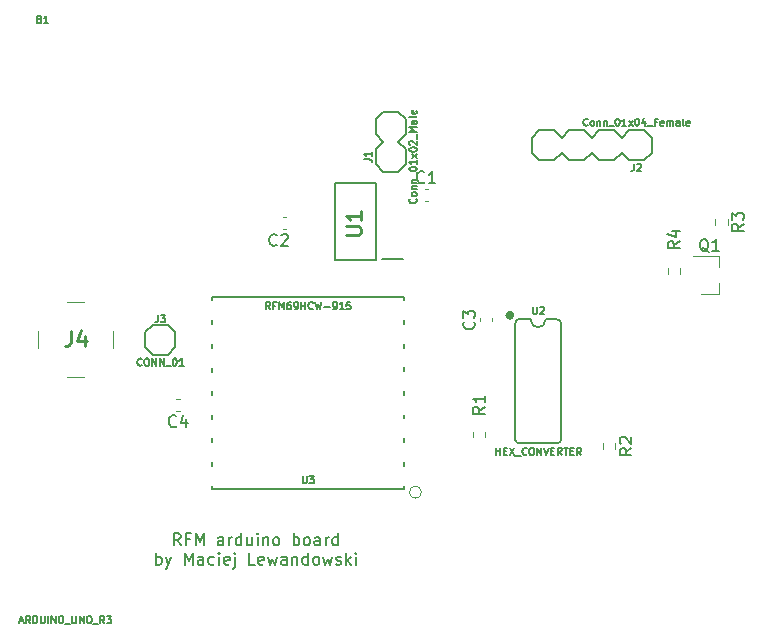
<source format=gbr>
%TF.GenerationSoftware,KiCad,Pcbnew,(5.1.9)-1*%
%TF.CreationDate,2021-01-06T17:38:29+00:00*%
%TF.ProjectId,RFMduino,52464d64-7569-46e6-9f2e-6b696361645f,rev?*%
%TF.SameCoordinates,Original*%
%TF.FileFunction,Legend,Top*%
%TF.FilePolarity,Positive*%
%FSLAX46Y46*%
G04 Gerber Fmt 4.6, Leading zero omitted, Abs format (unit mm)*
G04 Created by KiCad (PCBNEW (5.1.9)-1) date 2021-01-06 17:38:29*
%MOMM*%
%LPD*%
G01*
G04 APERTURE LIST*
%ADD10C,0.150000*%
%ADD11C,0.120000*%
%ADD12C,0.203200*%
%ADD13C,0.100000*%
%ADD14C,0.200000*%
%ADD15C,0.254000*%
%ADD16C,0.127000*%
G04 APERTURE END LIST*
D10*
X133700047Y-102878380D02*
X133366714Y-102402190D01*
X133128619Y-102878380D02*
X133128619Y-101878380D01*
X133509571Y-101878380D01*
X133604809Y-101926000D01*
X133652428Y-101973619D01*
X133700047Y-102068857D01*
X133700047Y-102211714D01*
X133652428Y-102306952D01*
X133604809Y-102354571D01*
X133509571Y-102402190D01*
X133128619Y-102402190D01*
X134461952Y-102354571D02*
X134128619Y-102354571D01*
X134128619Y-102878380D02*
X134128619Y-101878380D01*
X134604809Y-101878380D01*
X134985761Y-102878380D02*
X134985761Y-101878380D01*
X135319095Y-102592666D01*
X135652428Y-101878380D01*
X135652428Y-102878380D01*
X137319095Y-102878380D02*
X137319095Y-102354571D01*
X137271476Y-102259333D01*
X137176238Y-102211714D01*
X136985761Y-102211714D01*
X136890523Y-102259333D01*
X137319095Y-102830761D02*
X137223857Y-102878380D01*
X136985761Y-102878380D01*
X136890523Y-102830761D01*
X136842904Y-102735523D01*
X136842904Y-102640285D01*
X136890523Y-102545047D01*
X136985761Y-102497428D01*
X137223857Y-102497428D01*
X137319095Y-102449809D01*
X137795285Y-102878380D02*
X137795285Y-102211714D01*
X137795285Y-102402190D02*
X137842904Y-102306952D01*
X137890523Y-102259333D01*
X137985761Y-102211714D01*
X138081000Y-102211714D01*
X138842904Y-102878380D02*
X138842904Y-101878380D01*
X138842904Y-102830761D02*
X138747666Y-102878380D01*
X138557190Y-102878380D01*
X138461952Y-102830761D01*
X138414333Y-102783142D01*
X138366714Y-102687904D01*
X138366714Y-102402190D01*
X138414333Y-102306952D01*
X138461952Y-102259333D01*
X138557190Y-102211714D01*
X138747666Y-102211714D01*
X138842904Y-102259333D01*
X139747666Y-102211714D02*
X139747666Y-102878380D01*
X139319095Y-102211714D02*
X139319095Y-102735523D01*
X139366714Y-102830761D01*
X139461952Y-102878380D01*
X139604809Y-102878380D01*
X139700047Y-102830761D01*
X139747666Y-102783142D01*
X140223857Y-102878380D02*
X140223857Y-102211714D01*
X140223857Y-101878380D02*
X140176238Y-101926000D01*
X140223857Y-101973619D01*
X140271476Y-101926000D01*
X140223857Y-101878380D01*
X140223857Y-101973619D01*
X140700047Y-102211714D02*
X140700047Y-102878380D01*
X140700047Y-102306952D02*
X140747666Y-102259333D01*
X140842904Y-102211714D01*
X140985761Y-102211714D01*
X141081000Y-102259333D01*
X141128619Y-102354571D01*
X141128619Y-102878380D01*
X141747666Y-102878380D02*
X141652428Y-102830761D01*
X141604809Y-102783142D01*
X141557190Y-102687904D01*
X141557190Y-102402190D01*
X141604809Y-102306952D01*
X141652428Y-102259333D01*
X141747666Y-102211714D01*
X141890523Y-102211714D01*
X141985761Y-102259333D01*
X142033380Y-102306952D01*
X142081000Y-102402190D01*
X142081000Y-102687904D01*
X142033380Y-102783142D01*
X141985761Y-102830761D01*
X141890523Y-102878380D01*
X141747666Y-102878380D01*
X143271476Y-102878380D02*
X143271476Y-101878380D01*
X143271476Y-102259333D02*
X143366714Y-102211714D01*
X143557190Y-102211714D01*
X143652428Y-102259333D01*
X143700047Y-102306952D01*
X143747666Y-102402190D01*
X143747666Y-102687904D01*
X143700047Y-102783142D01*
X143652428Y-102830761D01*
X143557190Y-102878380D01*
X143366714Y-102878380D01*
X143271476Y-102830761D01*
X144319095Y-102878380D02*
X144223857Y-102830761D01*
X144176238Y-102783142D01*
X144128619Y-102687904D01*
X144128619Y-102402190D01*
X144176238Y-102306952D01*
X144223857Y-102259333D01*
X144319095Y-102211714D01*
X144461952Y-102211714D01*
X144557190Y-102259333D01*
X144604809Y-102306952D01*
X144652428Y-102402190D01*
X144652428Y-102687904D01*
X144604809Y-102783142D01*
X144557190Y-102830761D01*
X144461952Y-102878380D01*
X144319095Y-102878380D01*
X145509571Y-102878380D02*
X145509571Y-102354571D01*
X145461952Y-102259333D01*
X145366714Y-102211714D01*
X145176238Y-102211714D01*
X145081000Y-102259333D01*
X145509571Y-102830761D02*
X145414333Y-102878380D01*
X145176238Y-102878380D01*
X145081000Y-102830761D01*
X145033380Y-102735523D01*
X145033380Y-102640285D01*
X145081000Y-102545047D01*
X145176238Y-102497428D01*
X145414333Y-102497428D01*
X145509571Y-102449809D01*
X145985761Y-102878380D02*
X145985761Y-102211714D01*
X145985761Y-102402190D02*
X146033380Y-102306952D01*
X146081000Y-102259333D01*
X146176238Y-102211714D01*
X146271476Y-102211714D01*
X147033380Y-102878380D02*
X147033380Y-101878380D01*
X147033380Y-102830761D02*
X146938142Y-102878380D01*
X146747666Y-102878380D01*
X146652428Y-102830761D01*
X146604809Y-102783142D01*
X146557190Y-102687904D01*
X146557190Y-102402190D01*
X146604809Y-102306952D01*
X146652428Y-102259333D01*
X146747666Y-102211714D01*
X146938142Y-102211714D01*
X147033380Y-102259333D01*
X131628619Y-104528380D02*
X131628619Y-103528380D01*
X131628619Y-103909333D02*
X131723857Y-103861714D01*
X131914333Y-103861714D01*
X132009571Y-103909333D01*
X132057190Y-103956952D01*
X132104809Y-104052190D01*
X132104809Y-104337904D01*
X132057190Y-104433142D01*
X132009571Y-104480761D01*
X131914333Y-104528380D01*
X131723857Y-104528380D01*
X131628619Y-104480761D01*
X132438142Y-103861714D02*
X132676238Y-104528380D01*
X132914333Y-103861714D02*
X132676238Y-104528380D01*
X132581000Y-104766476D01*
X132533380Y-104814095D01*
X132438142Y-104861714D01*
X134057190Y-104528380D02*
X134057190Y-103528380D01*
X134390523Y-104242666D01*
X134723857Y-103528380D01*
X134723857Y-104528380D01*
X135628619Y-104528380D02*
X135628619Y-104004571D01*
X135581000Y-103909333D01*
X135485761Y-103861714D01*
X135295285Y-103861714D01*
X135200047Y-103909333D01*
X135628619Y-104480761D02*
X135533380Y-104528380D01*
X135295285Y-104528380D01*
X135200047Y-104480761D01*
X135152428Y-104385523D01*
X135152428Y-104290285D01*
X135200047Y-104195047D01*
X135295285Y-104147428D01*
X135533380Y-104147428D01*
X135628619Y-104099809D01*
X136533380Y-104480761D02*
X136438142Y-104528380D01*
X136247666Y-104528380D01*
X136152428Y-104480761D01*
X136104809Y-104433142D01*
X136057190Y-104337904D01*
X136057190Y-104052190D01*
X136104809Y-103956952D01*
X136152428Y-103909333D01*
X136247666Y-103861714D01*
X136438142Y-103861714D01*
X136533380Y-103909333D01*
X136961952Y-104528380D02*
X136961952Y-103861714D01*
X136961952Y-103528380D02*
X136914333Y-103576000D01*
X136961952Y-103623619D01*
X137009571Y-103576000D01*
X136961952Y-103528380D01*
X136961952Y-103623619D01*
X137819095Y-104480761D02*
X137723857Y-104528380D01*
X137533380Y-104528380D01*
X137438142Y-104480761D01*
X137390523Y-104385523D01*
X137390523Y-104004571D01*
X137438142Y-103909333D01*
X137533380Y-103861714D01*
X137723857Y-103861714D01*
X137819095Y-103909333D01*
X137866714Y-104004571D01*
X137866714Y-104099809D01*
X137390523Y-104195047D01*
X138295285Y-103861714D02*
X138295285Y-104718857D01*
X138247666Y-104814095D01*
X138152428Y-104861714D01*
X138104809Y-104861714D01*
X138295285Y-103528380D02*
X138247666Y-103576000D01*
X138295285Y-103623619D01*
X138342904Y-103576000D01*
X138295285Y-103528380D01*
X138295285Y-103623619D01*
X140009571Y-104528380D02*
X139533380Y-104528380D01*
X139533380Y-103528380D01*
X140723857Y-104480761D02*
X140628619Y-104528380D01*
X140438142Y-104528380D01*
X140342904Y-104480761D01*
X140295285Y-104385523D01*
X140295285Y-104004571D01*
X140342904Y-103909333D01*
X140438142Y-103861714D01*
X140628619Y-103861714D01*
X140723857Y-103909333D01*
X140771476Y-104004571D01*
X140771476Y-104099809D01*
X140295285Y-104195047D01*
X141104809Y-103861714D02*
X141295285Y-104528380D01*
X141485761Y-104052190D01*
X141676238Y-104528380D01*
X141866714Y-103861714D01*
X142676238Y-104528380D02*
X142676238Y-104004571D01*
X142628619Y-103909333D01*
X142533380Y-103861714D01*
X142342904Y-103861714D01*
X142247666Y-103909333D01*
X142676238Y-104480761D02*
X142581000Y-104528380D01*
X142342904Y-104528380D01*
X142247666Y-104480761D01*
X142200047Y-104385523D01*
X142200047Y-104290285D01*
X142247666Y-104195047D01*
X142342904Y-104147428D01*
X142581000Y-104147428D01*
X142676238Y-104099809D01*
X143152428Y-103861714D02*
X143152428Y-104528380D01*
X143152428Y-103956952D02*
X143200047Y-103909333D01*
X143295285Y-103861714D01*
X143438142Y-103861714D01*
X143533380Y-103909333D01*
X143581000Y-104004571D01*
X143581000Y-104528380D01*
X144485761Y-104528380D02*
X144485761Y-103528380D01*
X144485761Y-104480761D02*
X144390523Y-104528380D01*
X144200047Y-104528380D01*
X144104809Y-104480761D01*
X144057190Y-104433142D01*
X144009571Y-104337904D01*
X144009571Y-104052190D01*
X144057190Y-103956952D01*
X144104809Y-103909333D01*
X144200047Y-103861714D01*
X144390523Y-103861714D01*
X144485761Y-103909333D01*
X145104809Y-104528380D02*
X145009571Y-104480761D01*
X144961952Y-104433142D01*
X144914333Y-104337904D01*
X144914333Y-104052190D01*
X144961952Y-103956952D01*
X145009571Y-103909333D01*
X145104809Y-103861714D01*
X145247666Y-103861714D01*
X145342904Y-103909333D01*
X145390523Y-103956952D01*
X145438142Y-104052190D01*
X145438142Y-104337904D01*
X145390523Y-104433142D01*
X145342904Y-104480761D01*
X145247666Y-104528380D01*
X145104809Y-104528380D01*
X145771476Y-103861714D02*
X145961952Y-104528380D01*
X146152428Y-104052190D01*
X146342904Y-104528380D01*
X146533380Y-103861714D01*
X146866714Y-104480761D02*
X146961952Y-104528380D01*
X147152428Y-104528380D01*
X147247666Y-104480761D01*
X147295285Y-104385523D01*
X147295285Y-104337904D01*
X147247666Y-104242666D01*
X147152428Y-104195047D01*
X147009571Y-104195047D01*
X146914333Y-104147428D01*
X146866714Y-104052190D01*
X146866714Y-104004571D01*
X146914333Y-103909333D01*
X147009571Y-103861714D01*
X147152428Y-103861714D01*
X147247666Y-103909333D01*
X147723857Y-104528380D02*
X147723857Y-103528380D01*
X147819095Y-104147428D02*
X148104809Y-104528380D01*
X148104809Y-103861714D02*
X147723857Y-104242666D01*
X148533380Y-104528380D02*
X148533380Y-103861714D01*
X148533380Y-103528380D02*
X148485761Y-103576000D01*
X148533380Y-103623619D01*
X148581000Y-103576000D01*
X148533380Y-103528380D01*
X148533380Y-103623619D01*
D11*
%TO.C,C1*%
X154359420Y-73710000D02*
X154640580Y-73710000D01*
X154359420Y-72690000D02*
X154640580Y-72690000D01*
%TO.C,C2*%
X142640580Y-76110000D02*
X142359420Y-76110000D01*
X142640580Y-75090000D02*
X142359420Y-75090000D01*
%TO.C,C3*%
X159090000Y-83940580D02*
X159090000Y-83659420D01*
X160110000Y-83940580D02*
X160110000Y-83659420D01*
%TO.C,C4*%
X133640580Y-90490000D02*
X133359420Y-90490000D01*
X133640580Y-91510000D02*
X133359420Y-91510000D01*
D12*
%TO.C,J1*%
X150865000Y-66190000D02*
X152135000Y-66190000D01*
X152770000Y-69365000D02*
X152770000Y-70635000D01*
X152135000Y-71270000D02*
X152770000Y-70635000D01*
X150230000Y-70635000D02*
X150865000Y-71270000D01*
X150865000Y-71270000D02*
X152135000Y-71270000D01*
X152770000Y-68095000D02*
X152135000Y-68730000D01*
X152770000Y-66825000D02*
X152770000Y-68095000D01*
X152135000Y-66190000D02*
X152770000Y-66825000D01*
X150230000Y-66825000D02*
X150865000Y-66190000D01*
X150230000Y-68095000D02*
X150230000Y-66825000D01*
X150865000Y-68730000D02*
X150230000Y-68095000D01*
X152135000Y-68730000D02*
X152770000Y-69365000D01*
X150230000Y-69365000D02*
X150865000Y-68730000D01*
X150230000Y-70635000D02*
X150230000Y-69365000D01*
%TO.C,J2*%
X163420000Y-69635000D02*
X163420000Y-68365000D01*
X171675000Y-67730000D02*
X172945000Y-67730000D01*
X173580000Y-68365000D02*
X172945000Y-67730000D01*
X172945000Y-70270000D02*
X173580000Y-69635000D01*
X173580000Y-69635000D02*
X173580000Y-68365000D01*
X170405000Y-67730000D02*
X171040000Y-68365000D01*
X169135000Y-67730000D02*
X170405000Y-67730000D01*
X168500000Y-68365000D02*
X169135000Y-67730000D01*
X169135000Y-70270000D02*
X168500000Y-69635000D01*
X170405000Y-70270000D02*
X169135000Y-70270000D01*
X171040000Y-69635000D02*
X170405000Y-70270000D01*
X171040000Y-68365000D02*
X171675000Y-67730000D01*
X171675000Y-70270000D02*
X171040000Y-69635000D01*
X172945000Y-70270000D02*
X171675000Y-70270000D01*
X164055000Y-67730000D02*
X165325000Y-67730000D01*
X165960000Y-68365000D02*
X165325000Y-67730000D01*
X165325000Y-70270000D02*
X165960000Y-69635000D01*
X167865000Y-67730000D02*
X168500000Y-68365000D01*
X166595000Y-67730000D02*
X167865000Y-67730000D01*
X165960000Y-68365000D02*
X166595000Y-67730000D01*
X166595000Y-70270000D02*
X165960000Y-69635000D01*
X167865000Y-70270000D02*
X166595000Y-70270000D01*
X168500000Y-69635000D02*
X167865000Y-70270000D01*
X163420000Y-68365000D02*
X164055000Y-67730000D01*
X164055000Y-70270000D02*
X163420000Y-69635000D01*
X165325000Y-70270000D02*
X164055000Y-70270000D01*
%TO.C,J3*%
X133270000Y-86135000D02*
X133270000Y-84865000D01*
X132635000Y-86770000D02*
X133270000Y-86135000D01*
X131365000Y-86770000D02*
X132635000Y-86770000D01*
X130730000Y-86135000D02*
X131365000Y-86770000D01*
X130730000Y-84865000D02*
X130730000Y-86135000D01*
X131365000Y-84230000D02*
X130730000Y-84865000D01*
X132635000Y-84230000D02*
X131365000Y-84230000D01*
X133270000Y-84865000D02*
X132635000Y-84230000D01*
D13*
%TO.C,J4*%
X121660000Y-86205000D02*
X121660000Y-84705000D01*
X124060000Y-82305000D02*
X125560000Y-82305000D01*
X127960000Y-84705000D02*
X127960000Y-86205000D01*
X124060000Y-88605000D02*
X125560000Y-88605000D01*
D11*
%TO.C,Q1*%
X179260000Y-81580000D02*
X177800000Y-81580000D01*
X179260000Y-78420000D02*
X177100000Y-78420000D01*
X179260000Y-78420000D02*
X179260000Y-79350000D01*
X179260000Y-81580000D02*
X179260000Y-80650000D01*
%TO.C,R1*%
X159522500Y-93262742D02*
X159522500Y-93737258D01*
X158477500Y-93262742D02*
X158477500Y-93737258D01*
%TO.C,R2*%
X169477500Y-94262742D02*
X169477500Y-94737258D01*
X170522500Y-94262742D02*
X170522500Y-94737258D01*
%TO.C,R3*%
X178977500Y-75262742D02*
X178977500Y-75737258D01*
X180022500Y-75262742D02*
X180022500Y-75737258D01*
%TO.C,R4*%
X176022500Y-79437742D02*
X176022500Y-79912258D01*
X174977500Y-79437742D02*
X174977500Y-79912258D01*
D14*
%TO.C,U1*%
X150250000Y-78750000D02*
X146750000Y-78750000D01*
X146750000Y-78750000D02*
X146750000Y-72250000D01*
X146750000Y-72250000D02*
X150250000Y-72250000D01*
X150250000Y-72250000D02*
X150250000Y-78750000D01*
X152525000Y-78625000D02*
X150775000Y-78625000D01*
D12*
%TO.C,U2*%
X162336300Y-83742200D02*
X163339600Y-83742200D01*
X165450340Y-83742200D02*
X164609600Y-83742200D01*
X162435360Y-94257800D02*
X165564640Y-94257800D01*
X162054360Y-84123200D02*
X162054360Y-93975860D01*
X165945640Y-93876800D02*
X165945640Y-84123200D01*
D15*
X161714000Y-83412000D02*
G75*
G03*
X161714000Y-83412000I-127000J0D01*
G01*
X161841000Y-83412000D02*
G75*
G03*
X161841000Y-83412000I-254000J0D01*
G01*
D12*
X162054360Y-93973320D02*
G75*
G03*
X162435360Y-94257800I332740J48260D01*
G01*
X165945640Y-84123200D02*
G75*
G03*
X165463040Y-83742200I-431800J-50800D01*
G01*
X165564640Y-94257800D02*
G75*
G03*
X165945640Y-93876800I0J381000D01*
G01*
X162336300Y-83744740D02*
G75*
G03*
X162054360Y-84123200I48260J-330200D01*
G01*
X163339600Y-83793000D02*
G75*
G03*
X164609600Y-83793000I635000J0D01*
G01*
D13*
%TO.C,U3*%
X154096120Y-98389620D02*
G75*
G03*
X154096120Y-98389620I-508000J0D01*
G01*
D12*
X136374540Y-96172200D02*
X136374540Y-95842000D01*
X136374540Y-94173220D02*
X136374540Y-93843020D01*
X136374540Y-92171700D02*
X136374540Y-91841500D01*
X136374540Y-90172720D02*
X136374540Y-89845060D01*
X136374540Y-88176280D02*
X136374540Y-87846080D01*
X136374540Y-86174760D02*
X136374540Y-85844560D01*
X136374540Y-84175780D02*
X136374540Y-83845580D01*
X152625460Y-83827800D02*
X152625460Y-84158000D01*
X152625460Y-85826780D02*
X152625460Y-86156980D01*
X152625460Y-87828300D02*
X152625460Y-88158500D01*
X152625460Y-89827280D02*
X152625460Y-90154940D01*
X152625460Y-91823720D02*
X152625460Y-92153920D01*
X152625460Y-93825240D02*
X152625460Y-94155440D01*
X152625460Y-97858760D02*
X152625460Y-98125460D01*
X136374540Y-98125460D02*
X136374540Y-97858760D01*
X152625460Y-95824220D02*
X152625460Y-96154420D01*
X136374540Y-82141240D02*
X136374540Y-81874540D01*
X152625460Y-81874540D02*
X152625460Y-82141240D01*
X136374540Y-81874540D02*
X152625460Y-81874540D01*
X152625460Y-98125460D02*
X136374540Y-98125460D01*
%TO.C,*%
D10*
%TO.C,C1*%
X154333333Y-72127142D02*
X154285714Y-72174761D01*
X154142857Y-72222380D01*
X154047619Y-72222380D01*
X153904761Y-72174761D01*
X153809523Y-72079523D01*
X153761904Y-71984285D01*
X153714285Y-71793809D01*
X153714285Y-71650952D01*
X153761904Y-71460476D01*
X153809523Y-71365238D01*
X153904761Y-71270000D01*
X154047619Y-71222380D01*
X154142857Y-71222380D01*
X154285714Y-71270000D01*
X154333333Y-71317619D01*
X155285714Y-72222380D02*
X154714285Y-72222380D01*
X155000000Y-72222380D02*
X155000000Y-71222380D01*
X154904761Y-71365238D01*
X154809523Y-71460476D01*
X154714285Y-71508095D01*
%TO.C,C2*%
X141833333Y-77457142D02*
X141785714Y-77504761D01*
X141642857Y-77552380D01*
X141547619Y-77552380D01*
X141404761Y-77504761D01*
X141309523Y-77409523D01*
X141261904Y-77314285D01*
X141214285Y-77123809D01*
X141214285Y-76980952D01*
X141261904Y-76790476D01*
X141309523Y-76695238D01*
X141404761Y-76600000D01*
X141547619Y-76552380D01*
X141642857Y-76552380D01*
X141785714Y-76600000D01*
X141833333Y-76647619D01*
X142214285Y-76647619D02*
X142261904Y-76600000D01*
X142357142Y-76552380D01*
X142595238Y-76552380D01*
X142690476Y-76600000D01*
X142738095Y-76647619D01*
X142785714Y-76742857D01*
X142785714Y-76838095D01*
X142738095Y-76980952D01*
X142166666Y-77552380D01*
X142785714Y-77552380D01*
%TO.C,C3*%
X158527142Y-83966666D02*
X158574761Y-84014285D01*
X158622380Y-84157142D01*
X158622380Y-84252380D01*
X158574761Y-84395238D01*
X158479523Y-84490476D01*
X158384285Y-84538095D01*
X158193809Y-84585714D01*
X158050952Y-84585714D01*
X157860476Y-84538095D01*
X157765238Y-84490476D01*
X157670000Y-84395238D01*
X157622380Y-84252380D01*
X157622380Y-84157142D01*
X157670000Y-84014285D01*
X157717619Y-83966666D01*
X157622380Y-83633333D02*
X157622380Y-83014285D01*
X158003333Y-83347619D01*
X158003333Y-83204761D01*
X158050952Y-83109523D01*
X158098571Y-83061904D01*
X158193809Y-83014285D01*
X158431904Y-83014285D01*
X158527142Y-83061904D01*
X158574761Y-83109523D01*
X158622380Y-83204761D01*
X158622380Y-83490476D01*
X158574761Y-83585714D01*
X158527142Y-83633333D01*
%TO.C,C4*%
X133333333Y-92787142D02*
X133285714Y-92834761D01*
X133142857Y-92882380D01*
X133047619Y-92882380D01*
X132904761Y-92834761D01*
X132809523Y-92739523D01*
X132761904Y-92644285D01*
X132714285Y-92453809D01*
X132714285Y-92310952D01*
X132761904Y-92120476D01*
X132809523Y-92025238D01*
X132904761Y-91930000D01*
X133047619Y-91882380D01*
X133142857Y-91882380D01*
X133285714Y-91930000D01*
X133333333Y-91977619D01*
X134190476Y-92215714D02*
X134190476Y-92882380D01*
X133952380Y-91834761D02*
X133714285Y-92549047D01*
X134333333Y-92549047D01*
%TO.C,J1*%
D16*
X149261171Y-70203200D02*
X149696600Y-70203200D01*
X149783685Y-70232228D01*
X149841742Y-70290285D01*
X149870771Y-70377371D01*
X149870771Y-70435428D01*
X149870771Y-69593600D02*
X149870771Y-69941942D01*
X149870771Y-69767771D02*
X149261171Y-69767771D01*
X149348257Y-69825828D01*
X149406314Y-69883885D01*
X149435342Y-69941942D01*
X153622714Y-73556000D02*
X153651742Y-73585028D01*
X153680771Y-73672114D01*
X153680771Y-73730171D01*
X153651742Y-73817257D01*
X153593685Y-73875314D01*
X153535628Y-73904342D01*
X153419514Y-73933371D01*
X153332428Y-73933371D01*
X153216314Y-73904342D01*
X153158257Y-73875314D01*
X153100200Y-73817257D01*
X153071171Y-73730171D01*
X153071171Y-73672114D01*
X153100200Y-73585028D01*
X153129228Y-73556000D01*
X153680771Y-73207657D02*
X153651742Y-73265714D01*
X153622714Y-73294742D01*
X153564657Y-73323771D01*
X153390485Y-73323771D01*
X153332428Y-73294742D01*
X153303400Y-73265714D01*
X153274371Y-73207657D01*
X153274371Y-73120571D01*
X153303400Y-73062514D01*
X153332428Y-73033485D01*
X153390485Y-73004457D01*
X153564657Y-73004457D01*
X153622714Y-73033485D01*
X153651742Y-73062514D01*
X153680771Y-73120571D01*
X153680771Y-73207657D01*
X153274371Y-72743200D02*
X153680771Y-72743200D01*
X153332428Y-72743200D02*
X153303400Y-72714171D01*
X153274371Y-72656114D01*
X153274371Y-72569028D01*
X153303400Y-72510971D01*
X153361457Y-72481942D01*
X153680771Y-72481942D01*
X153274371Y-72191657D02*
X153680771Y-72191657D01*
X153332428Y-72191657D02*
X153303400Y-72162628D01*
X153274371Y-72104571D01*
X153274371Y-72017485D01*
X153303400Y-71959428D01*
X153361457Y-71930400D01*
X153680771Y-71930400D01*
X153738828Y-71785257D02*
X153738828Y-71320800D01*
X153071171Y-71059542D02*
X153071171Y-71001485D01*
X153100200Y-70943428D01*
X153129228Y-70914400D01*
X153187285Y-70885371D01*
X153303400Y-70856342D01*
X153448542Y-70856342D01*
X153564657Y-70885371D01*
X153622714Y-70914400D01*
X153651742Y-70943428D01*
X153680771Y-71001485D01*
X153680771Y-71059542D01*
X153651742Y-71117600D01*
X153622714Y-71146628D01*
X153564657Y-71175657D01*
X153448542Y-71204685D01*
X153303400Y-71204685D01*
X153187285Y-71175657D01*
X153129228Y-71146628D01*
X153100200Y-71117600D01*
X153071171Y-71059542D01*
X153680771Y-70275771D02*
X153680771Y-70624114D01*
X153680771Y-70449942D02*
X153071171Y-70449942D01*
X153158257Y-70508000D01*
X153216314Y-70566057D01*
X153245342Y-70624114D01*
X153680771Y-70072571D02*
X153274371Y-69753257D01*
X153274371Y-70072571D02*
X153680771Y-69753257D01*
X153071171Y-69404914D02*
X153071171Y-69346857D01*
X153100200Y-69288800D01*
X153129228Y-69259771D01*
X153187285Y-69230742D01*
X153303400Y-69201714D01*
X153448542Y-69201714D01*
X153564657Y-69230742D01*
X153622714Y-69259771D01*
X153651742Y-69288800D01*
X153680771Y-69346857D01*
X153680771Y-69404914D01*
X153651742Y-69462971D01*
X153622714Y-69492000D01*
X153564657Y-69521028D01*
X153448542Y-69550057D01*
X153303400Y-69550057D01*
X153187285Y-69521028D01*
X153129228Y-69492000D01*
X153100200Y-69462971D01*
X153071171Y-69404914D01*
X153129228Y-68969485D02*
X153100200Y-68940457D01*
X153071171Y-68882400D01*
X153071171Y-68737257D01*
X153100200Y-68679200D01*
X153129228Y-68650171D01*
X153187285Y-68621142D01*
X153245342Y-68621142D01*
X153332428Y-68650171D01*
X153680771Y-68998514D01*
X153680771Y-68621142D01*
X153738828Y-68505028D02*
X153738828Y-68040571D01*
X153680771Y-67895428D02*
X153071171Y-67895428D01*
X153506600Y-67692228D01*
X153071171Y-67489028D01*
X153680771Y-67489028D01*
X153680771Y-66937485D02*
X153361457Y-66937485D01*
X153303400Y-66966514D01*
X153274371Y-67024571D01*
X153274371Y-67140685D01*
X153303400Y-67198742D01*
X153651742Y-66937485D02*
X153680771Y-66995542D01*
X153680771Y-67140685D01*
X153651742Y-67198742D01*
X153593685Y-67227771D01*
X153535628Y-67227771D01*
X153477571Y-67198742D01*
X153448542Y-67140685D01*
X153448542Y-66995542D01*
X153419514Y-66937485D01*
X153680771Y-66560114D02*
X153651742Y-66618171D01*
X153593685Y-66647200D01*
X153071171Y-66647200D01*
X153651742Y-66095657D02*
X153680771Y-66153714D01*
X153680771Y-66269828D01*
X153651742Y-66327885D01*
X153593685Y-66356914D01*
X153361457Y-66356914D01*
X153303400Y-66327885D01*
X153274371Y-66269828D01*
X153274371Y-66153714D01*
X153303400Y-66095657D01*
X153361457Y-66066628D01*
X153419514Y-66066628D01*
X153477571Y-66356914D01*
%TO.C,J2*%
X172106800Y-70571171D02*
X172106800Y-71006600D01*
X172077771Y-71093685D01*
X172019714Y-71151742D01*
X171932628Y-71180771D01*
X171874571Y-71180771D01*
X172368057Y-70629228D02*
X172397085Y-70600200D01*
X172455142Y-70571171D01*
X172600285Y-70571171D01*
X172658342Y-70600200D01*
X172687371Y-70629228D01*
X172716400Y-70687285D01*
X172716400Y-70745342D01*
X172687371Y-70832428D01*
X172339028Y-71180771D01*
X172716400Y-71180771D01*
X168173428Y-67312714D02*
X168144400Y-67341742D01*
X168057314Y-67370771D01*
X167999257Y-67370771D01*
X167912171Y-67341742D01*
X167854114Y-67283685D01*
X167825085Y-67225628D01*
X167796057Y-67109514D01*
X167796057Y-67022428D01*
X167825085Y-66906314D01*
X167854114Y-66848257D01*
X167912171Y-66790200D01*
X167999257Y-66761171D01*
X168057314Y-66761171D01*
X168144400Y-66790200D01*
X168173428Y-66819228D01*
X168521771Y-67370771D02*
X168463714Y-67341742D01*
X168434685Y-67312714D01*
X168405657Y-67254657D01*
X168405657Y-67080485D01*
X168434685Y-67022428D01*
X168463714Y-66993400D01*
X168521771Y-66964371D01*
X168608857Y-66964371D01*
X168666914Y-66993400D01*
X168695942Y-67022428D01*
X168724971Y-67080485D01*
X168724971Y-67254657D01*
X168695942Y-67312714D01*
X168666914Y-67341742D01*
X168608857Y-67370771D01*
X168521771Y-67370771D01*
X168986228Y-66964371D02*
X168986228Y-67370771D01*
X168986228Y-67022428D02*
X169015257Y-66993400D01*
X169073314Y-66964371D01*
X169160400Y-66964371D01*
X169218457Y-66993400D01*
X169247485Y-67051457D01*
X169247485Y-67370771D01*
X169537771Y-66964371D02*
X169537771Y-67370771D01*
X169537771Y-67022428D02*
X169566800Y-66993400D01*
X169624857Y-66964371D01*
X169711942Y-66964371D01*
X169770000Y-66993400D01*
X169799028Y-67051457D01*
X169799028Y-67370771D01*
X169944171Y-67428828D02*
X170408628Y-67428828D01*
X170669885Y-66761171D02*
X170727942Y-66761171D01*
X170786000Y-66790200D01*
X170815028Y-66819228D01*
X170844057Y-66877285D01*
X170873085Y-66993400D01*
X170873085Y-67138542D01*
X170844057Y-67254657D01*
X170815028Y-67312714D01*
X170786000Y-67341742D01*
X170727942Y-67370771D01*
X170669885Y-67370771D01*
X170611828Y-67341742D01*
X170582800Y-67312714D01*
X170553771Y-67254657D01*
X170524742Y-67138542D01*
X170524742Y-66993400D01*
X170553771Y-66877285D01*
X170582800Y-66819228D01*
X170611828Y-66790200D01*
X170669885Y-66761171D01*
X171453657Y-67370771D02*
X171105314Y-67370771D01*
X171279485Y-67370771D02*
X171279485Y-66761171D01*
X171221428Y-66848257D01*
X171163371Y-66906314D01*
X171105314Y-66935342D01*
X171656857Y-67370771D02*
X171976171Y-66964371D01*
X171656857Y-66964371D02*
X171976171Y-67370771D01*
X172324514Y-66761171D02*
X172382571Y-66761171D01*
X172440628Y-66790200D01*
X172469657Y-66819228D01*
X172498685Y-66877285D01*
X172527714Y-66993400D01*
X172527714Y-67138542D01*
X172498685Y-67254657D01*
X172469657Y-67312714D01*
X172440628Y-67341742D01*
X172382571Y-67370771D01*
X172324514Y-67370771D01*
X172266457Y-67341742D01*
X172237428Y-67312714D01*
X172208400Y-67254657D01*
X172179371Y-67138542D01*
X172179371Y-66993400D01*
X172208400Y-66877285D01*
X172237428Y-66819228D01*
X172266457Y-66790200D01*
X172324514Y-66761171D01*
X173050228Y-66964371D02*
X173050228Y-67370771D01*
X172905085Y-66732142D02*
X172759942Y-67167571D01*
X173137314Y-67167571D01*
X173224400Y-67428828D02*
X173688857Y-67428828D01*
X174037200Y-67051457D02*
X173834000Y-67051457D01*
X173834000Y-67370771D02*
X173834000Y-66761171D01*
X174124285Y-66761171D01*
X174588742Y-67341742D02*
X174530685Y-67370771D01*
X174414571Y-67370771D01*
X174356514Y-67341742D01*
X174327485Y-67283685D01*
X174327485Y-67051457D01*
X174356514Y-66993400D01*
X174414571Y-66964371D01*
X174530685Y-66964371D01*
X174588742Y-66993400D01*
X174617771Y-67051457D01*
X174617771Y-67109514D01*
X174327485Y-67167571D01*
X174879028Y-67370771D02*
X174879028Y-66964371D01*
X174879028Y-67022428D02*
X174908057Y-66993400D01*
X174966114Y-66964371D01*
X175053200Y-66964371D01*
X175111257Y-66993400D01*
X175140285Y-67051457D01*
X175140285Y-67370771D01*
X175140285Y-67051457D02*
X175169314Y-66993400D01*
X175227371Y-66964371D01*
X175314457Y-66964371D01*
X175372514Y-66993400D01*
X175401542Y-67051457D01*
X175401542Y-67370771D01*
X175953085Y-67370771D02*
X175953085Y-67051457D01*
X175924057Y-66993400D01*
X175866000Y-66964371D01*
X175749885Y-66964371D01*
X175691828Y-66993400D01*
X175953085Y-67341742D02*
X175895028Y-67370771D01*
X175749885Y-67370771D01*
X175691828Y-67341742D01*
X175662800Y-67283685D01*
X175662800Y-67225628D01*
X175691828Y-67167571D01*
X175749885Y-67138542D01*
X175895028Y-67138542D01*
X175953085Y-67109514D01*
X176330457Y-67370771D02*
X176272400Y-67341742D01*
X176243371Y-67283685D01*
X176243371Y-66761171D01*
X176794914Y-67341742D02*
X176736857Y-67370771D01*
X176620742Y-67370771D01*
X176562685Y-67341742D01*
X176533657Y-67283685D01*
X176533657Y-67051457D01*
X176562685Y-66993400D01*
X176620742Y-66964371D01*
X176736857Y-66964371D01*
X176794914Y-66993400D01*
X176823942Y-67051457D01*
X176823942Y-67109514D01*
X176533657Y-67167571D01*
%TO.C,J3*%
X131796800Y-83388171D02*
X131796800Y-83823600D01*
X131767771Y-83910685D01*
X131709714Y-83968742D01*
X131622628Y-83997771D01*
X131564571Y-83997771D01*
X132029028Y-83388171D02*
X132406400Y-83388171D01*
X132203200Y-83620400D01*
X132290285Y-83620400D01*
X132348342Y-83649428D01*
X132377371Y-83678457D01*
X132406400Y-83736514D01*
X132406400Y-83881657D01*
X132377371Y-83939714D01*
X132348342Y-83968742D01*
X132290285Y-83997771D01*
X132116114Y-83997771D01*
X132058057Y-83968742D01*
X132029028Y-83939714D01*
X130417942Y-87622714D02*
X130388914Y-87651742D01*
X130301828Y-87680771D01*
X130243771Y-87680771D01*
X130156685Y-87651742D01*
X130098628Y-87593685D01*
X130069600Y-87535628D01*
X130040571Y-87419514D01*
X130040571Y-87332428D01*
X130069600Y-87216314D01*
X130098628Y-87158257D01*
X130156685Y-87100200D01*
X130243771Y-87071171D01*
X130301828Y-87071171D01*
X130388914Y-87100200D01*
X130417942Y-87129228D01*
X130795314Y-87071171D02*
X130911428Y-87071171D01*
X130969485Y-87100200D01*
X131027542Y-87158257D01*
X131056571Y-87274371D01*
X131056571Y-87477571D01*
X131027542Y-87593685D01*
X130969485Y-87651742D01*
X130911428Y-87680771D01*
X130795314Y-87680771D01*
X130737257Y-87651742D01*
X130679200Y-87593685D01*
X130650171Y-87477571D01*
X130650171Y-87274371D01*
X130679200Y-87158257D01*
X130737257Y-87100200D01*
X130795314Y-87071171D01*
X131317828Y-87680771D02*
X131317828Y-87071171D01*
X131666171Y-87680771D01*
X131666171Y-87071171D01*
X131956457Y-87680771D02*
X131956457Y-87071171D01*
X132304800Y-87680771D01*
X132304800Y-87071171D01*
X132449942Y-87738828D02*
X132914400Y-87738828D01*
X133175657Y-87071171D02*
X133233714Y-87071171D01*
X133291771Y-87100200D01*
X133320800Y-87129228D01*
X133349828Y-87187285D01*
X133378857Y-87303400D01*
X133378857Y-87448542D01*
X133349828Y-87564657D01*
X133320800Y-87622714D01*
X133291771Y-87651742D01*
X133233714Y-87680771D01*
X133175657Y-87680771D01*
X133117600Y-87651742D01*
X133088571Y-87622714D01*
X133059542Y-87564657D01*
X133030514Y-87448542D01*
X133030514Y-87303400D01*
X133059542Y-87187285D01*
X133088571Y-87129228D01*
X133117600Y-87100200D01*
X133175657Y-87071171D01*
X133959428Y-87680771D02*
X133611085Y-87680771D01*
X133785257Y-87680771D02*
X133785257Y-87071171D01*
X133727200Y-87158257D01*
X133669142Y-87216314D01*
X133611085Y-87245342D01*
%TO.C,J4*%
D15*
X124424666Y-84759523D02*
X124424666Y-85666666D01*
X124364190Y-85848095D01*
X124243238Y-85969047D01*
X124061809Y-86029523D01*
X123940857Y-86029523D01*
X125573714Y-85182857D02*
X125573714Y-86029523D01*
X125271333Y-84699047D02*
X124968952Y-85606190D01*
X125755142Y-85606190D01*
%TO.C,Q1*%
D10*
X178404761Y-78047619D02*
X178309523Y-78000000D01*
X178214285Y-77904761D01*
X178071428Y-77761904D01*
X177976190Y-77714285D01*
X177880952Y-77714285D01*
X177928571Y-77952380D02*
X177833333Y-77904761D01*
X177738095Y-77809523D01*
X177690476Y-77619047D01*
X177690476Y-77285714D01*
X177738095Y-77095238D01*
X177833333Y-77000000D01*
X177928571Y-76952380D01*
X178119047Y-76952380D01*
X178214285Y-77000000D01*
X178309523Y-77095238D01*
X178357142Y-77285714D01*
X178357142Y-77619047D01*
X178309523Y-77809523D01*
X178214285Y-77904761D01*
X178119047Y-77952380D01*
X177928571Y-77952380D01*
X179309523Y-77952380D02*
X178738095Y-77952380D01*
X179023809Y-77952380D02*
X179023809Y-76952380D01*
X178928571Y-77095238D01*
X178833333Y-77190476D01*
X178738095Y-77238095D01*
%TO.C,R1*%
X159452380Y-91166666D02*
X158976190Y-91500000D01*
X159452380Y-91738095D02*
X158452380Y-91738095D01*
X158452380Y-91357142D01*
X158500000Y-91261904D01*
X158547619Y-91214285D01*
X158642857Y-91166666D01*
X158785714Y-91166666D01*
X158880952Y-91214285D01*
X158928571Y-91261904D01*
X158976190Y-91357142D01*
X158976190Y-91738095D01*
X159452380Y-90214285D02*
X159452380Y-90785714D01*
X159452380Y-90500000D02*
X158452380Y-90500000D01*
X158595238Y-90595238D01*
X158690476Y-90690476D01*
X158738095Y-90785714D01*
%TO.C,R2*%
X171882380Y-94666666D02*
X171406190Y-95000000D01*
X171882380Y-95238095D02*
X170882380Y-95238095D01*
X170882380Y-94857142D01*
X170930000Y-94761904D01*
X170977619Y-94714285D01*
X171072857Y-94666666D01*
X171215714Y-94666666D01*
X171310952Y-94714285D01*
X171358571Y-94761904D01*
X171406190Y-94857142D01*
X171406190Y-95238095D01*
X170977619Y-94285714D02*
X170930000Y-94238095D01*
X170882380Y-94142857D01*
X170882380Y-93904761D01*
X170930000Y-93809523D01*
X170977619Y-93761904D01*
X171072857Y-93714285D01*
X171168095Y-93714285D01*
X171310952Y-93761904D01*
X171882380Y-94333333D01*
X171882380Y-93714285D01*
%TO.C,R3*%
X181382380Y-75666666D02*
X180906190Y-76000000D01*
X181382380Y-76238095D02*
X180382380Y-76238095D01*
X180382380Y-75857142D01*
X180430000Y-75761904D01*
X180477619Y-75714285D01*
X180572857Y-75666666D01*
X180715714Y-75666666D01*
X180810952Y-75714285D01*
X180858571Y-75761904D01*
X180906190Y-75857142D01*
X180906190Y-76238095D01*
X180382380Y-75333333D02*
X180382380Y-74714285D01*
X180763333Y-75047619D01*
X180763333Y-74904761D01*
X180810952Y-74809523D01*
X180858571Y-74761904D01*
X180953809Y-74714285D01*
X181191904Y-74714285D01*
X181287142Y-74761904D01*
X181334761Y-74809523D01*
X181382380Y-74904761D01*
X181382380Y-75190476D01*
X181334761Y-75285714D01*
X181287142Y-75333333D01*
%TO.C,R4*%
X175952380Y-77166666D02*
X175476190Y-77500000D01*
X175952380Y-77738095D02*
X174952380Y-77738095D01*
X174952380Y-77357142D01*
X175000000Y-77261904D01*
X175047619Y-77214285D01*
X175142857Y-77166666D01*
X175285714Y-77166666D01*
X175380952Y-77214285D01*
X175428571Y-77261904D01*
X175476190Y-77357142D01*
X175476190Y-77738095D01*
X175285714Y-76309523D02*
X175952380Y-76309523D01*
X174904761Y-76547619D02*
X175619047Y-76785714D01*
X175619047Y-76166666D01*
%TO.C,U1*%
D15*
X147728323Y-76620019D02*
X148756419Y-76620019D01*
X148877371Y-76559542D01*
X148937847Y-76499066D01*
X148998323Y-76378114D01*
X148998323Y-76136209D01*
X148937847Y-76015257D01*
X148877371Y-75954780D01*
X148756419Y-75894304D01*
X147728323Y-75894304D01*
X148998323Y-74624304D02*
X148998323Y-75350019D01*
X148998323Y-74987161D02*
X147728323Y-74987161D01*
X147909752Y-75108114D01*
X148030704Y-75229066D01*
X148091180Y-75350019D01*
%TO.C,U2*%
D16*
X163535542Y-82697171D02*
X163535542Y-83190657D01*
X163564571Y-83248714D01*
X163593600Y-83277742D01*
X163651657Y-83306771D01*
X163767771Y-83306771D01*
X163825828Y-83277742D01*
X163854857Y-83248714D01*
X163883885Y-83190657D01*
X163883885Y-82697171D01*
X164145142Y-82755228D02*
X164174171Y-82726200D01*
X164232228Y-82697171D01*
X164377371Y-82697171D01*
X164435428Y-82726200D01*
X164464457Y-82755228D01*
X164493485Y-82813285D01*
X164493485Y-82871342D01*
X164464457Y-82958428D01*
X164116114Y-83306771D01*
X164493485Y-83306771D01*
X160429485Y-95244771D02*
X160429485Y-94635171D01*
X160429485Y-94925457D02*
X160777828Y-94925457D01*
X160777828Y-95244771D02*
X160777828Y-94635171D01*
X161068114Y-94925457D02*
X161271314Y-94925457D01*
X161358400Y-95244771D02*
X161068114Y-95244771D01*
X161068114Y-94635171D01*
X161358400Y-94635171D01*
X161561600Y-94635171D02*
X161968000Y-95244771D01*
X161968000Y-94635171D02*
X161561600Y-95244771D01*
X162055085Y-95302828D02*
X162519542Y-95302828D01*
X163013028Y-95186714D02*
X162984000Y-95215742D01*
X162896914Y-95244771D01*
X162838857Y-95244771D01*
X162751771Y-95215742D01*
X162693714Y-95157685D01*
X162664685Y-95099628D01*
X162635657Y-94983514D01*
X162635657Y-94896428D01*
X162664685Y-94780314D01*
X162693714Y-94722257D01*
X162751771Y-94664200D01*
X162838857Y-94635171D01*
X162896914Y-94635171D01*
X162984000Y-94664200D01*
X163013028Y-94693228D01*
X163390400Y-94635171D02*
X163506514Y-94635171D01*
X163564571Y-94664200D01*
X163622628Y-94722257D01*
X163651657Y-94838371D01*
X163651657Y-95041571D01*
X163622628Y-95157685D01*
X163564571Y-95215742D01*
X163506514Y-95244771D01*
X163390400Y-95244771D01*
X163332342Y-95215742D01*
X163274285Y-95157685D01*
X163245257Y-95041571D01*
X163245257Y-94838371D01*
X163274285Y-94722257D01*
X163332342Y-94664200D01*
X163390400Y-94635171D01*
X163912914Y-95244771D02*
X163912914Y-94635171D01*
X164261257Y-95244771D01*
X164261257Y-94635171D01*
X164464457Y-94635171D02*
X164667657Y-95244771D01*
X164870857Y-94635171D01*
X165074057Y-94925457D02*
X165277257Y-94925457D01*
X165364342Y-95244771D02*
X165074057Y-95244771D01*
X165074057Y-94635171D01*
X165364342Y-94635171D01*
X165973942Y-95244771D02*
X165770742Y-94954485D01*
X165625600Y-95244771D02*
X165625600Y-94635171D01*
X165857828Y-94635171D01*
X165915885Y-94664200D01*
X165944914Y-94693228D01*
X165973942Y-94751285D01*
X165973942Y-94838371D01*
X165944914Y-94896428D01*
X165915885Y-94925457D01*
X165857828Y-94954485D01*
X165625600Y-94954485D01*
X166148114Y-94635171D02*
X166496457Y-94635171D01*
X166322285Y-95244771D02*
X166322285Y-94635171D01*
X166699657Y-94925457D02*
X166902857Y-94925457D01*
X166989942Y-95244771D02*
X166699657Y-95244771D01*
X166699657Y-94635171D01*
X166989942Y-94635171D01*
X167599542Y-95244771D02*
X167396342Y-94954485D01*
X167251200Y-95244771D02*
X167251200Y-94635171D01*
X167483428Y-94635171D01*
X167541485Y-94664200D01*
X167570514Y-94693228D01*
X167599542Y-94751285D01*
X167599542Y-94838371D01*
X167570514Y-94896428D01*
X167541485Y-94925457D01*
X167483428Y-94954485D01*
X167251200Y-94954485D01*
%TO.C,U3*%
X144035542Y-97032171D02*
X144035542Y-97525657D01*
X144064571Y-97583714D01*
X144093600Y-97612742D01*
X144151657Y-97641771D01*
X144267771Y-97641771D01*
X144325828Y-97612742D01*
X144354857Y-97583714D01*
X144383885Y-97525657D01*
X144383885Y-97032171D01*
X144616114Y-97032171D02*
X144993485Y-97032171D01*
X144790285Y-97264400D01*
X144877371Y-97264400D01*
X144935428Y-97293428D01*
X144964457Y-97322457D01*
X144993485Y-97380514D01*
X144993485Y-97525657D01*
X144964457Y-97583714D01*
X144935428Y-97612742D01*
X144877371Y-97641771D01*
X144703200Y-97641771D01*
X144645142Y-97612742D01*
X144616114Y-97583714D01*
X141277828Y-82909771D02*
X141074628Y-82619485D01*
X140929485Y-82909771D02*
X140929485Y-82300171D01*
X141161714Y-82300171D01*
X141219771Y-82329200D01*
X141248800Y-82358228D01*
X141277828Y-82416285D01*
X141277828Y-82503371D01*
X141248800Y-82561428D01*
X141219771Y-82590457D01*
X141161714Y-82619485D01*
X140929485Y-82619485D01*
X141742285Y-82590457D02*
X141539085Y-82590457D01*
X141539085Y-82909771D02*
X141539085Y-82300171D01*
X141829371Y-82300171D01*
X142061600Y-82909771D02*
X142061600Y-82300171D01*
X142264800Y-82735600D01*
X142468000Y-82300171D01*
X142468000Y-82909771D01*
X143019542Y-82300171D02*
X142903428Y-82300171D01*
X142845371Y-82329200D01*
X142816342Y-82358228D01*
X142758285Y-82445314D01*
X142729257Y-82561428D01*
X142729257Y-82793657D01*
X142758285Y-82851714D01*
X142787314Y-82880742D01*
X142845371Y-82909771D01*
X142961485Y-82909771D01*
X143019542Y-82880742D01*
X143048571Y-82851714D01*
X143077600Y-82793657D01*
X143077600Y-82648514D01*
X143048571Y-82590457D01*
X143019542Y-82561428D01*
X142961485Y-82532400D01*
X142845371Y-82532400D01*
X142787314Y-82561428D01*
X142758285Y-82590457D01*
X142729257Y-82648514D01*
X143367885Y-82909771D02*
X143484000Y-82909771D01*
X143542057Y-82880742D01*
X143571085Y-82851714D01*
X143629142Y-82764628D01*
X143658171Y-82648514D01*
X143658171Y-82416285D01*
X143629142Y-82358228D01*
X143600114Y-82329200D01*
X143542057Y-82300171D01*
X143425942Y-82300171D01*
X143367885Y-82329200D01*
X143338857Y-82358228D01*
X143309828Y-82416285D01*
X143309828Y-82561428D01*
X143338857Y-82619485D01*
X143367885Y-82648514D01*
X143425942Y-82677542D01*
X143542057Y-82677542D01*
X143600114Y-82648514D01*
X143629142Y-82619485D01*
X143658171Y-82561428D01*
X143919428Y-82909771D02*
X143919428Y-82300171D01*
X143919428Y-82590457D02*
X144267771Y-82590457D01*
X144267771Y-82909771D02*
X144267771Y-82300171D01*
X144906400Y-82851714D02*
X144877371Y-82880742D01*
X144790285Y-82909771D01*
X144732228Y-82909771D01*
X144645142Y-82880742D01*
X144587085Y-82822685D01*
X144558057Y-82764628D01*
X144529028Y-82648514D01*
X144529028Y-82561428D01*
X144558057Y-82445314D01*
X144587085Y-82387257D01*
X144645142Y-82329200D01*
X144732228Y-82300171D01*
X144790285Y-82300171D01*
X144877371Y-82329200D01*
X144906400Y-82358228D01*
X145109600Y-82300171D02*
X145254742Y-82909771D01*
X145370857Y-82474342D01*
X145486971Y-82909771D01*
X145632114Y-82300171D01*
X145864342Y-82677542D02*
X146328800Y-82677542D01*
X146648114Y-82909771D02*
X146764228Y-82909771D01*
X146822285Y-82880742D01*
X146851314Y-82851714D01*
X146909371Y-82764628D01*
X146938400Y-82648514D01*
X146938400Y-82416285D01*
X146909371Y-82358228D01*
X146880342Y-82329200D01*
X146822285Y-82300171D01*
X146706171Y-82300171D01*
X146648114Y-82329200D01*
X146619085Y-82358228D01*
X146590057Y-82416285D01*
X146590057Y-82561428D01*
X146619085Y-82619485D01*
X146648114Y-82648514D01*
X146706171Y-82677542D01*
X146822285Y-82677542D01*
X146880342Y-82648514D01*
X146909371Y-82619485D01*
X146938400Y-82561428D01*
X147518971Y-82909771D02*
X147170628Y-82909771D01*
X147344800Y-82909771D02*
X147344800Y-82300171D01*
X147286742Y-82387257D01*
X147228685Y-82445314D01*
X147170628Y-82474342D01*
X148070514Y-82300171D02*
X147780228Y-82300171D01*
X147751200Y-82590457D01*
X147780228Y-82561428D01*
X147838285Y-82532400D01*
X147983428Y-82532400D01*
X148041485Y-82561428D01*
X148070514Y-82590457D01*
X148099542Y-82648514D01*
X148099542Y-82793657D01*
X148070514Y-82851714D01*
X148041485Y-82880742D01*
X147983428Y-82909771D01*
X147838285Y-82909771D01*
X147780228Y-82880742D01*
X147751200Y-82851714D01*
%TO.C,B1*%
X121773257Y-58356457D02*
X121860342Y-58385485D01*
X121889371Y-58414514D01*
X121918400Y-58472571D01*
X121918400Y-58559657D01*
X121889371Y-58617714D01*
X121860342Y-58646742D01*
X121802285Y-58675771D01*
X121570057Y-58675771D01*
X121570057Y-58066171D01*
X121773257Y-58066171D01*
X121831314Y-58095200D01*
X121860342Y-58124228D01*
X121889371Y-58182285D01*
X121889371Y-58240342D01*
X121860342Y-58298400D01*
X121831314Y-58327428D01*
X121773257Y-58356457D01*
X121570057Y-58356457D01*
X122498971Y-58675771D02*
X122150628Y-58675771D01*
X122324800Y-58675771D02*
X122324800Y-58066171D01*
X122266742Y-58153257D01*
X122208685Y-58211314D01*
X122150628Y-58240342D01*
X120076685Y-109321600D02*
X120366971Y-109321600D01*
X120018628Y-109495771D02*
X120221828Y-108886171D01*
X120425028Y-109495771D01*
X120976571Y-109495771D02*
X120773371Y-109205485D01*
X120628228Y-109495771D02*
X120628228Y-108886171D01*
X120860457Y-108886171D01*
X120918514Y-108915200D01*
X120947542Y-108944228D01*
X120976571Y-109002285D01*
X120976571Y-109089371D01*
X120947542Y-109147428D01*
X120918514Y-109176457D01*
X120860457Y-109205485D01*
X120628228Y-109205485D01*
X121237828Y-109495771D02*
X121237828Y-108886171D01*
X121382971Y-108886171D01*
X121470057Y-108915200D01*
X121528114Y-108973257D01*
X121557142Y-109031314D01*
X121586171Y-109147428D01*
X121586171Y-109234514D01*
X121557142Y-109350628D01*
X121528114Y-109408685D01*
X121470057Y-109466742D01*
X121382971Y-109495771D01*
X121237828Y-109495771D01*
X121847428Y-108886171D02*
X121847428Y-109379657D01*
X121876457Y-109437714D01*
X121905485Y-109466742D01*
X121963542Y-109495771D01*
X122079657Y-109495771D01*
X122137714Y-109466742D01*
X122166742Y-109437714D01*
X122195771Y-109379657D01*
X122195771Y-108886171D01*
X122486057Y-109495771D02*
X122486057Y-108886171D01*
X122776342Y-109495771D02*
X122776342Y-108886171D01*
X123124685Y-109495771D01*
X123124685Y-108886171D01*
X123531085Y-108886171D02*
X123647200Y-108886171D01*
X123705257Y-108915200D01*
X123763314Y-108973257D01*
X123792342Y-109089371D01*
X123792342Y-109292571D01*
X123763314Y-109408685D01*
X123705257Y-109466742D01*
X123647200Y-109495771D01*
X123531085Y-109495771D01*
X123473028Y-109466742D01*
X123414971Y-109408685D01*
X123385942Y-109292571D01*
X123385942Y-109089371D01*
X123414971Y-108973257D01*
X123473028Y-108915200D01*
X123531085Y-108886171D01*
X123908457Y-109553828D02*
X124372914Y-109553828D01*
X124518057Y-108886171D02*
X124518057Y-109379657D01*
X124547085Y-109437714D01*
X124576114Y-109466742D01*
X124634171Y-109495771D01*
X124750285Y-109495771D01*
X124808342Y-109466742D01*
X124837371Y-109437714D01*
X124866400Y-109379657D01*
X124866400Y-108886171D01*
X125156685Y-109495771D02*
X125156685Y-108886171D01*
X125505028Y-109495771D01*
X125505028Y-108886171D01*
X125911428Y-108886171D02*
X126027542Y-108886171D01*
X126085600Y-108915200D01*
X126143657Y-108973257D01*
X126172685Y-109089371D01*
X126172685Y-109292571D01*
X126143657Y-109408685D01*
X126085600Y-109466742D01*
X126027542Y-109495771D01*
X125911428Y-109495771D01*
X125853371Y-109466742D01*
X125795314Y-109408685D01*
X125766285Y-109292571D01*
X125766285Y-109089371D01*
X125795314Y-108973257D01*
X125853371Y-108915200D01*
X125911428Y-108886171D01*
X126288800Y-109553828D02*
X126753257Y-109553828D01*
X127246742Y-109495771D02*
X127043542Y-109205485D01*
X126898400Y-109495771D02*
X126898400Y-108886171D01*
X127130628Y-108886171D01*
X127188685Y-108915200D01*
X127217714Y-108944228D01*
X127246742Y-109002285D01*
X127246742Y-109089371D01*
X127217714Y-109147428D01*
X127188685Y-109176457D01*
X127130628Y-109205485D01*
X126898400Y-109205485D01*
X127449942Y-108886171D02*
X127827314Y-108886171D01*
X127624114Y-109118400D01*
X127711200Y-109118400D01*
X127769257Y-109147428D01*
X127798285Y-109176457D01*
X127827314Y-109234514D01*
X127827314Y-109379657D01*
X127798285Y-109437714D01*
X127769257Y-109466742D01*
X127711200Y-109495771D01*
X127537028Y-109495771D01*
X127478971Y-109466742D01*
X127449942Y-109437714D01*
%TD*%
M02*

</source>
